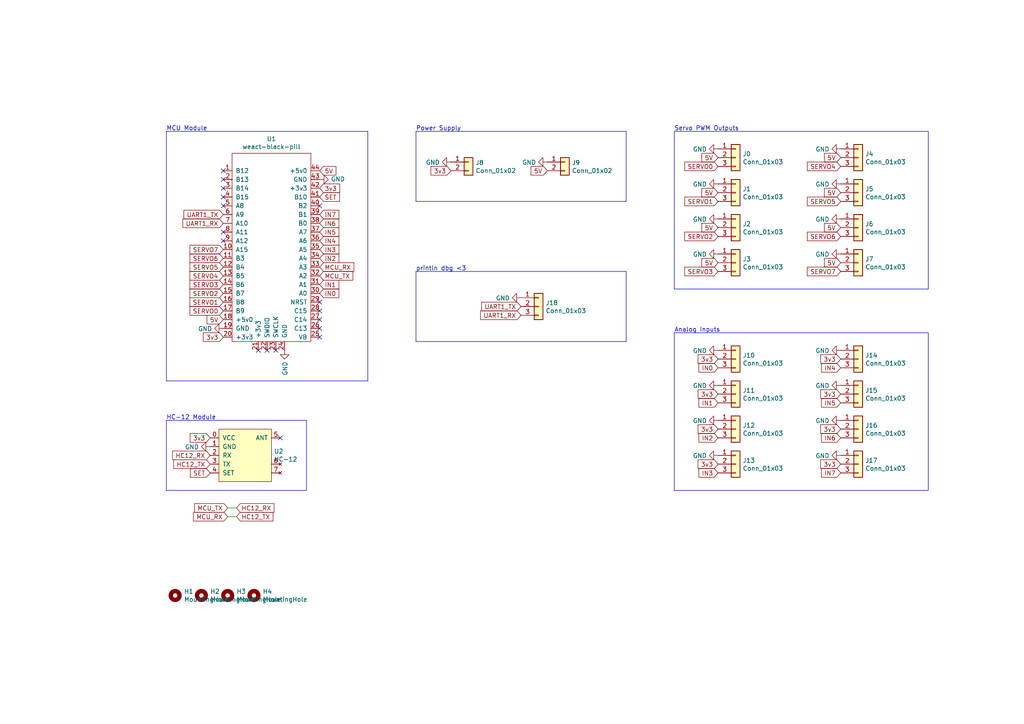
<source format=kicad_sch>
(kicad_sch (version 20230121) (generator eeschema)
  (paper "A4")
  (lib_symbols
    (symbol "Connector_Generic:Conn_01x02" (pin_names (offset 1.016) hide)
      (property "Reference" "J" (at 0 2.54 0))
      (property "Value" "Conn_01x02" (at 0 -5.08 0))
      (symbol "Conn_01x02_1_1"
        (rectangle (start -1.27 -2.413) (end 0 -2.667) (stroke (width 0.1524)))
        (rectangle (start -1.27 0.127) (end 0 -0.127) (stroke (width 0.1524)))
        (rectangle (start -1.27 1.27) (end 1.27 -3.81) (stroke (width 0.254)) (fill (type background)))
        (pin passive line (at -5.08 0 0) (length 3.81) (name "Pin_1") (number "1"))
        (pin passive line (at -5.08 -2.54 0) (length 3.81) (name "Pin_2") (number "2"))
      )
    )
    (symbol "Connector_Generic:Conn_01x03" (pin_names (offset 1.016) hide)
      (property "Reference" "J" (at 0 5.08 0))
      (property "Value" "Conn_01x03" (at 0 -5.08 0))
      (symbol "Conn_01x03_1_1"
        (rectangle (start -1.27 -2.413) (end 0 -2.667) (stroke (width 0.1524)))
        (rectangle (start -1.27 0.127) (end 0 -0.127) (stroke (width 0.1524)))
        (rectangle (start -1.27 2.667) (end 0 2.413) (stroke (width 0.1524)))
        (rectangle (start -1.27 3.81) (end 1.27 -3.81) (stroke (width 0.254)) (fill (type background)))
        (pin passive line (at -5.08 2.54 0) (length 3.81) (name "Pin_1") (number "1"))
        (pin passive line (at -5.08 0 0) (length 3.81) (name "Pin_2") (number "2"))
        (pin passive line (at -5.08 -2.54 0) (length 3.81) (name "Pin_3") (number "3"))
      )
    )
    (symbol "Mechanical:MountingHole" (pin_names (offset 1.016))
      (property "Reference" "H" (at 0 5.08 0))
      (property "Value" "MountingHole" (at 0 3.175 0))
      (symbol "MountingHole_0_1"
        (circle (center 0 0) (radius 1.27) (stroke (width 1.27)))
      )
    )
    (symbol "brainboard-rescue:weact-black-pill-blackpill" (pin_names (offset 1.016))
      (property "Reference" "U?" (at 0 3.81 0))
      (property "Value" "blackpill_weact-black-pill" (at 0 1.27 0))
      (symbol "weact-black-pill-blackpill_0_1"
        (rectangle (start -11.43 2.54) (end 11.43 -52.07))
      )
      (symbol "weact-black-pill-blackpill_1_1"
        (pin bidirectional line (at -13.97 -2.54 0) (length 2.54) (name "B12") (number "1"))
        (pin bidirectional line (at -13.97 -25.4 0) (length 2.54) (name "A15") (number "10"))
        (pin bidirectional line (at -13.97 -27.94 0) (length 2.54) (name "B3") (number "11"))
        (pin bidirectional line (at -13.97 -30.48 0) (length 2.54) (name "B4") (number "12"))
        (pin bidirectional line (at -13.97 -33.02 0) (length 2.54) (name "B5") (number "13"))
        (pin bidirectional line (at -13.97 -35.56 0) (length 2.54) (name "B6") (number "14"))
        (pin bidirectional line (at -13.97 -38.1 0) (length 2.54) (name "B7") (number "15"))
        (pin bidirectional line (at -13.97 -40.64 0) (length 2.54) (name "B8") (number "16"))
        (pin bidirectional line (at -13.97 -43.18 0) (length 2.54) (name "B9") (number "17"))
        (pin power_in line (at -13.97 -45.72 0) (length 2.54) (name "+5v0") (number "18"))
        (pin power_in line (at -13.97 -48.26 0) (length 2.54) (name "GND") (number "19"))
        (pin bidirectional line (at -13.97 -5.08 0) (length 2.54) (name "B13") (number "2"))
        (pin power_in line (at -13.97 -50.8 0) (length 2.54) (name "+3v3") (number "20"))
        (pin power_in line (at -3.81 -54.61 90) (length 2.54) (name "+3v3") (number "21"))
        (pin bidirectional line (at -1.27 -54.61 90) (length 2.54) (name "SWDIO") (number "22"))
        (pin input line (at 1.27 -54.61 90) (length 2.54) (name "SWCLK") (number "23"))
        (pin power_in line (at 3.81 -54.61 90) (length 2.54) (name "GND") (number "24"))
        (pin power_in line (at 13.97 -50.8 180) (length 2.54) (name "VB") (number "25"))
        (pin bidirectional line (at 13.97 -48.26 180) (length 2.54) (name "C13") (number "26"))
        (pin bidirectional line (at 13.97 -45.72 180) (length 2.54) (name "C14") (number "27"))
        (pin bidirectional line (at 13.97 -43.18 180) (length 2.54) (name "C15") (number "28"))
        (pin input line (at 13.97 -40.64 180) (length 2.54) (name "NRST") (number "29"))
        (pin bidirectional line (at -13.97 -7.62 0) (length 2.54) (name "B14") (number "3"))
        (pin bidirectional line (at 13.97 -38.1 180) (length 2.54) (name "A0") (number "30"))
        (pin bidirectional line (at 13.97 -35.56 180) (length 2.54) (name "A1") (number "31"))
        (pin bidirectional line (at 13.97 -33.02 180) (length 2.54) (name "A2") (number "32"))
        (pin bidirectional line (at 13.97 -30.48 180) (length 2.54) (name "A3") (number "33"))
        (pin bidirectional line (at 13.97 -27.94 180) (length 2.54) (name "A4") (number "34"))
        (pin bidirectional line (at 13.97 -25.4 180) (length 2.54) (name "A5") (number "35"))
        (pin bidirectional line (at 13.97 -22.86 180) (length 2.54) (name "A6") (number "36"))
        (pin bidirectional line (at 13.97 -20.32 180) (length 2.54) (name "A7") (number "37"))
        (pin bidirectional line (at 13.97 -17.78 180) (length 2.54) (name "B0") (number "38"))
        (pin bidirectional line (at 13.97 -15.24 180) (length 2.54) (name "B1") (number "39"))
        (pin bidirectional line (at -13.97 -10.16 0) (length 2.54) (name "B15") (number "4"))
        (pin bidirectional line (at 13.97 -12.7 180) (length 2.54) (name "B2") (number "40"))
        (pin bidirectional line (at 13.97 -10.16 180) (length 2.54) (name "B10") (number "41"))
        (pin power_in line (at 13.97 -7.62 180) (length 2.54) (name "+3v3") (number "42"))
        (pin power_in line (at 13.97 -5.08 180) (length 2.54) (name "GND") (number "43"))
        (pin power_in line (at 13.97 -2.54 180) (length 2.54) (name "+5v0") (number "44"))
        (pin bidirectional line (at -13.97 -12.7 0) (length 2.54) (name "A8") (number "5"))
        (pin bidirectional line (at -13.97 -15.24 0) (length 2.54) (name "A9") (number "6"))
        (pin bidirectional line (at -13.97 -17.78 0) (length 2.54) (name "A10") (number "7"))
        (pin bidirectional line (at -13.97 -20.32 0) (length 2.54) (name "A11") (number "8"))
        (pin bidirectional line (at -13.97 -22.86 0) (length 2.54) (name "A12") (number "9"))
      )
    )
    (symbol "hc12:HC-12" (pin_names (offset 1.016))
      (property "Reference" "U" (at 0.508 0.762 0))
      (property "Value" "HC-12" (at 10.16 -7.62 90))
      (symbol "HC-12_0_1"
        (rectangle (start 0 0) (end 15.24 -15.24) (fill (type background)))
      )
      (symbol "HC-12_1_1"
        (pin power_in line (at -2.54 -2.54 0) (length 2.54) (name "VCC") (number "0"))
        (pin power_out line (at -2.54 -5.08 0) (length 2.54) (name "GND") (number "1"))
        (pin input line (at -2.54 -7.62 0) (length 2.54) (name "RX") (number "2"))
        (pin output line (at -2.54 -10.16 0) (length 2.54) (name "TX") (number "3"))
        (pin open_collector line (at -2.54 -12.7 0) (length 2.54) (name "SET") (number "4"))
        (pin unspecified line (at 17.78 -2.54 180) (length 2.54) (name "ANT") (number "5"))
        (pin no_connect line (at 17.78 -10.16 180) (length 2.54) (name "~") (number "6"))
        (pin no_connect line (at 17.78 -12.7 180) (length 2.54) (name "~") (number "7"))
      )
    )
    (symbol "power:GND" (power) (pin_names (offset 0))
      (property "Value" "GND" (at 0 -3.81 0))
      (symbol "GND_0_1"
        (polyline (pts (xy 0 0) (xy 0 -1.27) (xy 1.27 -1.27) (xy 0 -2.54) (xy -1.27 -1.27) (xy 0 -1.27)))
      )
      (symbol "GND_1_1"
        (pin power_in line (at 0 0 270) (length 0) hide (name "GND") (number "1"))
      )
    )
  )
  (no_connect (at 80.01 101.6))
  (no_connect (at 92.71 97.79))
  (no_connect (at 92.71 92.71))
  (no_connect (at 64.77 69.85))
  (no_connect (at 92.71 87.63))
  (no_connect (at 74.93 101.6))
  (no_connect (at 64.77 57.15))
  (no_connect (at 92.71 95.25))
  (no_connect (at 64.77 49.53))
  (no_connect (at 92.71 59.69))
  (no_connect (at 64.77 59.69))
  (no_connect (at 92.71 90.17))
  (no_connect (at 81.28 127))
  (no_connect (at 64.77 54.61))
  (no_connect (at 64.77 52.07))
  (no_connect (at 64.77 67.31))
  (no_connect (at 77.47 101.6))
  (wire (pts (xy 68.58 147.32) (xy 66.04 147.32)))
  (polyline (pts (xy 181.61 38.1) (xy 181.61 58.42)))
  (polyline (pts (xy 195.58 83.82) (xy 195.58 38.1)))
  (polyline (pts (xy 120.65 99.06) (xy 120.65 78.74)))
  (polyline (pts (xy 106.68 110.49) (xy 48.26 110.49)))
  (polyline (pts (xy 181.61 99.06) (xy 120.65 99.06)))
  (polyline (pts (xy 88.9 121.92) (xy 88.9 142.24)))
  (polyline (pts (xy 106.68 110.49) (xy 106.68 38.1)))
  (polyline (pts (xy 195.58 142.24) (xy 195.58 96.52)))
  (polyline (pts (xy 48.26 142.24) (xy 48.26 121.92)))
  (polyline (pts (xy 195.58 96.52) (xy 269.24 96.52)))
  (polyline (pts (xy 120.65 78.74) (xy 181.61 78.74)))
  (polyline (pts (xy 120.65 38.1) (xy 181.61 38.1)))
  (polyline (pts (xy 48.26 38.1) (xy 106.68 38.1)))
  (polyline (pts (xy 195.58 38.1) (xy 269.24 38.1)))
  (polyline (pts (xy 269.24 83.82) (xy 195.58 83.82)))
  (polyline (pts (xy 269.24 142.24) (xy 195.58 142.24)))
  (polyline (pts (xy 269.24 38.1) (xy 269.24 83.82)))
  (polyline (pts (xy 120.65 58.42) (xy 120.65 38.1)))
  (polyline (pts (xy 48.26 110.49) (xy 48.26 38.1)))
  (polyline (pts (xy 48.26 121.92) (xy 88.9 121.92)))
  (polyline (pts (xy 181.61 58.42) (xy 120.65 58.42)))
  (polyline (pts (xy 48.26 142.24) (xy 88.9 142.24)))
  (polyline (pts (xy 181.61 78.74) (xy 181.61 99.06)))
  (polyline (pts (xy 269.24 96.52) (xy 269.24 142.24)))
  (wire (pts (xy 66.04 149.86) (xy 68.58 149.86)))
  (text "Power Supply" (at 120.65 38.1 0) (effects (font (size 1.27 1.27)) (justify left bottom)))
  (text "HC-12 Module" (at 48.26 121.92 0) (effects (font (size 1.27 1.27)) (justify left bottom)))
  (text "Analog Inputs" (at 195.58 96.52 0) (effects (font (size 1.27 1.27)) (justify left bottom)))
  (text "println dbg <3" (at 120.65 78.74 0) (effects (font (size 1.27 1.27)) (justify left bottom)))
  (text "MCU Module" (at 48.26 38.1 0) (effects (font (size 1.27 1.27)) (justify left bottom)))
  (text "Servo PWM Outputs" (at 195.58 38.1 0) (effects (font (size 1.27 1.27)) (justify left bottom)))
  (global_label "3v3" (shape input) (at 243.84 124.46 180) (property "Intersheetrefs" "${INTERSHEET_REFS}" (effects hide)))
  (global_label "UART1_TX" (shape input) (at 151.13 88.9 180) (property "Intersheetrefs" "${INTERSHEET_REFS}" (effects hide)))
  (global_label "5V" (shape input) (at 208.28 45.72 180) (property "Intersheetrefs" "${INTERSHEET_REFS}" (effects hide)))
  (global_label "SET" (shape input) (at 92.71 57.15 0) (property "Intersheetrefs" "${INTERSHEET_REFS}" (effects hide)))
  (global_label "HC12_RX" (shape input) (at 60.96 132.08 180) (property "Intersheetrefs" "${INTERSHEET_REFS}" (effects hide)))
  (global_label "3v3" (shape input) (at 243.84 134.62 180) (property "Intersheetrefs" "${INTERSHEET_REFS}" (effects hide)))
  (global_label "UART1_RX" (shape input) (at 64.77 64.77 180) (property "Intersheetrefs" "${INTERSHEET_REFS}" (effects hide)))
  (global_label "5V" (shape input) (at 208.28 55.88 180) (property "Intersheetrefs" "${INTERSHEET_REFS}" (effects hide)))
  (global_label "5V" (shape input) (at 208.28 66.04 180) (property "Intersheetrefs" "${INTERSHEET_REFS}" (effects hide)))
  (global_label "IN7" (shape input) (at 243.84 137.16 180) (property "Intersheetrefs" "${INTERSHEET_REFS}" (effects hide)))
  (global_label "IN3" (shape input) (at 208.28 137.16 180) (property "Intersheetrefs" "${INTERSHEET_REFS}" (effects hide)))
  (global_label "IN0" (shape input) (at 92.71 85.09 0) (property "Intersheetrefs" "${INTERSHEET_REFS}" (effects hide)))
  (global_label "SERVO7" (shape input) (at 64.77 72.39 180) (property "Intersheetrefs" "${INTERSHEET_REFS}" (effects hide)))
  (global_label "IN4" (shape input) (at 92.71 69.85 0) (property "Intersheetrefs" "${INTERSHEET_REFS}" (effects hide)))
  (global_label "IN0" (shape input) (at 208.28 106.68 180) (property "Intersheetrefs" "${INTERSHEET_REFS}" (effects hide)))
  (global_label "SERVO3" (shape input) (at 64.77 82.55 180) (property "Intersheetrefs" "${INTERSHEET_REFS}" (effects hide)))
  (global_label "HC12_TX" (shape input) (at 68.58 149.86 0) (property "Intersheetrefs" "${INTERSHEET_REFS}" (effects hide)))
  (global_label "5V" (shape input) (at 158.75 49.53 180) (property "Intersheetrefs" "${INTERSHEET_REFS}" (effects hide)))
  (global_label "SERVO1" (shape input) (at 208.28 58.42 180) (property "Intersheetrefs" "${INTERSHEET_REFS}" (effects hide)))
  (global_label "IN7" (shape input) (at 92.71 62.23 0) (property "Intersheetrefs" "${INTERSHEET_REFS}" (effects hide)))
  (global_label "SERVO0" (shape input) (at 208.28 48.26 180) (property "Intersheetrefs" "${INTERSHEET_REFS}" (effects hide)))
  (global_label "3v3" (shape input) (at 208.28 124.46 180) (property "Intersheetrefs" "${INTERSHEET_REFS}" (effects hide)))
  (global_label "UART1_RX" (shape input) (at 151.13 91.44 180) (property "Intersheetrefs" "${INTERSHEET_REFS}" (effects hide)))
  (global_label "5V" (shape input) (at 64.77 92.71 180) (property "Intersheetrefs" "${INTERSHEET_REFS}" (effects hide)))
  (global_label "3v3" (shape input) (at 130.81 49.53 180) (property "Intersheetrefs" "${INTERSHEET_REFS}" (effects hide)))
  (global_label "SERVO4" (shape input) (at 243.84 48.26 180) (property "Intersheetrefs" "${INTERSHEET_REFS}" (effects hide)))
  (global_label "SERVO5" (shape input) (at 64.77 77.47 180) (property "Intersheetrefs" "${INTERSHEET_REFS}" (effects hide)))
  (global_label "MCU_TX" (shape input) (at 66.04 147.32 180) (property "Intersheetrefs" "${INTERSHEET_REFS}" (effects hide)))
  (global_label "5V" (shape input) (at 208.28 76.2 180) (property "Intersheetrefs" "${INTERSHEET_REFS}" (effects hide)))
  (global_label "5V" (shape input) (at 243.84 45.72 180) (property "Intersheetrefs" "${INTERSHEET_REFS}" (effects hide)))
  (global_label "SERVO0" (shape input) (at 64.77 90.17 180) (property "Intersheetrefs" "${INTERSHEET_REFS}" (effects hide)))
  (global_label "3v3" (shape input) (at 243.84 104.14 180) (property "Intersheetrefs" "${INTERSHEET_REFS}" (effects hide)))
  (global_label "SERVO1" (shape input) (at 64.77 87.63 180) (property "Intersheetrefs" "${INTERSHEET_REFS}" (effects hide)))
  (global_label "IN4" (shape input) (at 243.84 106.68 180) (property "Intersheetrefs" "${INTERSHEET_REFS}" (effects hide)))
  (global_label "SERVO2" (shape input) (at 208.28 68.58 180) (property "Intersheetrefs" "${INTERSHEET_REFS}" (effects hide)))
  (global_label "3v3" (shape input) (at 208.28 114.3 180) (property "Intersheetrefs" "${INTERSHEET_REFS}" (effects hide)))
  (global_label "IN1" (shape input) (at 92.71 82.55 0) (property "Intersheetrefs" "${INTERSHEET_REFS}" (effects hide)))
  (global_label "SERVO6" (shape input) (at 243.84 68.58 180) (property "Intersheetrefs" "${INTERSHEET_REFS}" (effects hide)))
  (global_label "3v3" (shape input) (at 64.77 97.79 180) (property "Intersheetrefs" "${INTERSHEET_REFS}" (effects hide)))
  (global_label "IN1" (shape input) (at 208.28 116.84 180) (property "Intersheetrefs" "${INTERSHEET_REFS}" (effects hide)))
  (global_label "IN5" (shape input) (at 92.71 67.31 0) (property "Intersheetrefs" "${INTERSHEET_REFS}" (effects hide)))
  (global_label "5V" (shape input) (at 92.71 49.53 0) (property "Intersheetrefs" "${INTERSHEET_REFS}" (effects hide)))
  (global_label "SERVO2" (shape input) (at 64.77 85.09 180) (property "Intersheetrefs" "${INTERSHEET_REFS}" (effects hide)))
  (global_label "MCU_RX" (shape input) (at 92.71 77.47 0) (property "Intersheetrefs" "${INTERSHEET_REFS}" (effects hide)))
  (global_label "IN2" (shape input) (at 208.28 127 180) (property "Intersheetrefs" "${INTERSHEET_REFS}" (effects hide)))
  (global_label "3v3" (shape input) (at 92.71 54.61 0) (property "Intersheetrefs" "${INTERSHEET_REFS}" (effects hide)))
  (global_label "MCU_TX" (shape input) (at 92.71 80.01 0) (property "Intersheetrefs" "${INTERSHEET_REFS}" (effects hide)))
  (global_label "SERVO5" (shape input) (at 243.84 58.42 180) (property "Intersheetrefs" "${INTERSHEET_REFS}" (effects hide)))
  (global_label "HC12_RX" (shape input) (at 68.58 147.32 0) (property "Intersheetrefs" "${INTERSHEET_REFS}" (effects hide)))
  (global_label "IN6" (shape input) (at 92.71 64.77 0) (property "Intersheetrefs" "${INTERSHEET_REFS}" (effects hide)))
  (global_label "UART1_TX" (shape input) (at 64.77 62.23 180) (property "Intersheetrefs" "${INTERSHEET_REFS}" (effects hide)))
  (global_label "IN2" (shape input) (at 92.71 74.93 0) (property "Intersheetrefs" "${INTERSHEET_REFS}" (effects hide)))
  (global_label "MCU_RX" (shape input) (at 66.04 149.86 180) (property "Intersheetrefs" "${INTERSHEET_REFS}" (effects hide)))
  (global_label "IN5" (shape input) (at 243.84 116.84 180) (property "Intersheetrefs" "${INTERSHEET_REFS}" (effects hide)))
  (global_label "IN3" (shape input) (at 92.71 72.39 0) (property "Intersheetrefs" "${INTERSHEET_REFS}" (effects hide)))
  (global_label "SET" (shape input) (at 60.96 137.16 180) (property "Intersheetrefs" "${INTERSHEET_REFS}" (effects hide)))
  (global_label "5V" (shape input) (at 243.84 55.88 180) (property "Intersheetrefs" "${INTERSHEET_REFS}" (effects hide)))
  (global_label "SERVO3" (shape input) (at 208.28 78.74 180) (property "Intersheetrefs" "${INTERSHEET_REFS}" (effects hide)))
  (global_label "5V" (shape input) (at 243.84 66.04 180) (property "Intersheetrefs" "${INTERSHEET_REFS}" (effects hide)))
  (global_label "SERVO4" (shape input) (at 64.77 80.01 180) (property "Intersheetrefs" "${INTERSHEET_REFS}" (effects hide)))
  (global_label "IN6" (shape input) (at 243.84 127 180) (property "Intersheetrefs" "${INTERSHEET_REFS}" (effects hide)))
  (global_label "SERVO7" (shape input) (at 243.84 78.74 180) (property "Intersheetrefs" "${INTERSHEET_REFS}" (effects hide)))
  (global_label "SERVO6" (shape input) (at 64.77 74.93 180) (property "Intersheetrefs" "${INTERSHEET_REFS}" (effects hide)))
  (global_label "5V" (shape input) (at 243.84 76.2 180) (property "Intersheetrefs" "${INTERSHEET_REFS}" (effects hide)))
  (global_label "3v3" (shape input) (at 208.28 134.62 180) (property "Intersheetrefs" "${INTERSHEET_REFS}" (effects hide)))
  (global_label "HC12_TX" (shape input) (at 60.96 134.62 180) (property "Intersheetrefs" "${INTERSHEET_REFS}" (effects hide)))
  (global_label "3v3" (shape input) (at 60.96 127 180) (property "Intersheetrefs" "${INTERSHEET_REFS}" (effects hide)))
  (global_label "3v3" (shape input) (at 208.28 104.14 180) (property "Intersheetrefs" "${INTERSHEET_REFS}" (effects hide)))
  (global_label "3v3" (shape input) (at 243.84 114.3 180) (property "Intersheetrefs" "${INTERSHEET_REFS}" (effects hide)))
  (symbol (lib_id "power:GND") (at 60.96 129.54 270) (unit 1)
    (property "Reference" "#PWR0101" (effects hide))
    (property "Value" "GND" (at 57.7088 129.667 90) (effects (justify right)))
  )
  (symbol (lib_id "power:GND") (at 92.71 52.07 90) (unit 1)
    (property "Reference" "#PWR0102" (effects hide))
    (property "Value" "GND" (at 95.9612 51.943 90) (effects (justify right)))
  )
  (symbol (lib_id "power:GND") (at 130.81 46.99 270) (unit 1)
    (property "Reference" "#PWR0120" (effects hide))
    (property "Value" "GND" (at 127.5588 47.117 90) (effects (justify right)))
  )
  (symbol (lib_id "Connector_Generic:Conn_01x02") (at 135.89 46.99 0) (unit 1)
    (property "Reference" "J8" (at 137.922 47.1932 0) (effects (justify left)))
    (property "Value" "Conn_01x02" (at 137.922 49.5046 0) (effects (justify left)))
    (property "Footprint" "Connector_PinHeader_2.54mm:PinHeader_1x02_P2.54mm_Vertical" (effects hide))
  )
  (symbol (lib_id "power:GND") (at 158.75 46.99 270) (unit 1)
    (property "Reference" "#PWR0121" (effects hide))
    (property "Value" "GND" (at 155.4988 47.117 90) (effects (justify right)))
  )
  (symbol (lib_id "Connector_Generic:Conn_01x02") (at 163.83 46.99 0) (unit 1)
    (property "Reference" "J9" (at 165.862 47.1932 0) (effects (justify left)))
    (property "Value" "Conn_01x02" (at 165.862 49.5046 0) (effects (justify left)))
    (property "Footprint" "Connector_PinHeader_2.54mm:PinHeader_1x02_P2.54mm_Vertical" (effects hide))
  )
  (symbol (lib_id "power:GND") (at 64.77 95.25 270) (unit 1)
    (property "Reference" "#PWR0103" (effects hide))
    (property "Value" "GND" (at 61.5188 95.377 90) (effects (justify right)))
  )
  (symbol (lib_id "Connector_Generic:Conn_01x03") (at 213.36 45.72 0) (unit 1)
    (property "Reference" "J0" (at 215.392 44.6532 0) (effects (justify left)))
    (property "Value" "Conn_01x03" (at 215.392 46.9646 0) (effects (justify left)))
    (property "Footprint" "Connector_PinHeader_2.54mm:PinHeader_1x03_P2.54mm_Vertical" (effects hide))
  )
  (symbol (lib_id "Connector_Generic:Conn_01x03") (at 213.36 55.88 0) (unit 1)
    (property "Reference" "J1" (at 215.392 54.8132 0) (effects (justify left)))
    (property "Value" "Conn_01x03" (at 215.392 57.1246 0) (effects (justify left)))
    (property "Footprint" "Connector_PinHeader_2.54mm:PinHeader_1x03_P2.54mm_Vertical" (effects hide))
  )
  (symbol (lib_id "Connector_Generic:Conn_01x03") (at 213.36 66.04 0) (unit 1)
    (property "Reference" "J2" (at 215.392 64.9732 0) (effects (justify left)))
    (property "Value" "Conn_01x03" (at 215.392 67.2846 0) (effects (justify left)))
    (property "Footprint" "Connector_PinHeader_2.54mm:PinHeader_1x03_P2.54mm_Vertical" (effects hide))
  )
  (symbol (lib_id "Connector_Generic:Conn_01x03") (at 213.36 76.2 0) (unit 1)
    (property "Reference" "J3" (at 215.392 75.1332 0) (effects (justify left)))
    (property "Value" "Conn_01x03" (at 215.392 77.4446 0) (effects (justify left)))
    (property "Footprint" "Connector_PinHeader_2.54mm:PinHeader_1x03_P2.54mm_Vertical" (effects hide))
  )
  (symbol (lib_id "Connector_Generic:Conn_01x03") (at 248.92 45.72 0) (unit 1)
    (property "Reference" "J4" (at 250.952 44.6532 0) (effects (justify left)))
    (property "Value" "Conn_01x03" (at 250.952 46.9646 0) (effects (justify left)))
    (property "Footprint" "Connector_PinHeader_2.54mm:PinHeader_1x03_P2.54mm_Vertical" (effects hide))
  )
  (symbol (lib_id "Connector_Generic:Conn_01x03") (at 248.92 55.88 0) (unit 1)
    (property "Reference" "J5" (at 250.952 54.8132 0) (effects (justify left)))
    (property "Value" "Conn_01x03" (at 250.952 57.1246 0) (effects (justify left)))
    (property "Footprint" "Connector_PinHeader_2.54mm:PinHeader_1x03_P2.54mm_Vertical" (effects hide))
  )
  (symbol (lib_id "Connector_Generic:Conn_01x03") (at 248.92 66.04 0) (unit 1)
    (property "Reference" "J6" (at 250.952 64.9732 0) (effects (justify left)))
    (property "Value" "Conn_01x03" (at 250.952 67.2846 0) (effects (justify left)))
    (property "Footprint" "Connector_PinHeader_2.54mm:PinHeader_1x03_P2.54mm_Vertical" (effects hide))
  )
  (symbol (lib_id "Connector_Generic:Conn_01x03") (at 248.92 76.2 0) (unit 1)
    (property "Reference" "J7" (at 250.952 75.1332 0) (effects (justify left)))
    (property "Value" "Conn_01x03" (at 250.952 77.4446 0) (effects (justify left)))
    (property "Footprint" "Connector_PinHeader_2.54mm:PinHeader_1x03_P2.54mm_Vertical" (effects hide))
  )
  (symbol (lib_id "power:GND") (at 243.84 43.18 270) (unit 1)
    (property "Reference" "#PWR0104" (effects hide))
    (property "Value" "GND" (at 240.5888 43.307 90) (effects (justify right)))
  )
  (symbol (lib_id "power:GND") (at 243.84 53.34 270) (unit 1)
    (property "Reference" "#PWR0105" (effects hide))
    (property "Value" "GND" (at 240.5888 53.467 90) (effects (justify right)))
  )
  (symbol (lib_id "power:GND") (at 243.84 63.5 270) (unit 1)
    (property "Reference" "#PWR0106" (effects hide))
    (property "Value" "GND" (at 240.5888 63.627 90) (effects (justify right)))
  )
  (symbol (lib_id "power:GND") (at 243.84 73.66 270) (unit 1)
    (property "Reference" "#PWR0107" (effects hide))
    (property "Value" "GND" (at 240.5888 73.787 90) (effects (justify right)))
  )
  (symbol (lib_id "power:GND") (at 208.28 73.66 270) (unit 1)
    (property "Reference" "#PWR0108" (effects hide))
    (property "Value" "GND" (at 205.0288 73.787 90) (effects (justify right)))
  )
  (symbol (lib_id "power:GND") (at 208.28 63.5 270) (unit 1)
    (property "Reference" "#PWR0109" (effects hide))
    (property "Value" "GND" (at 205.0288 63.627 90) (effects (justify right)))
  )
  (symbol (lib_id "power:GND") (at 208.28 53.34 270) (unit 1)
    (property "Reference" "#PWR0110" (effects hide))
    (property "Value" "GND" (at 205.0288 53.467 90) (effects (justify right)))
  )
  (symbol (lib_id "power:GND") (at 208.28 43.18 270) (unit 1)
    (property "Reference" "#PWR0111" (effects hide))
    (property "Value" "GND" (at 205.0288 43.307 90) (effects (justify right)))
  )
  (symbol (lib_id "Connector_Generic:Conn_01x03") (at 213.36 104.14 0) (unit 1)
    (property "Reference" "J10" (at 215.392 103.0732 0) (effects (justify left)))
    (property "Value" "Conn_01x03" (at 215.392 105.3846 0) (effects (justify left)))
    (property "Footprint" "Connector_PinHeader_2.54mm:PinHeader_1x03_P2.54mm_Vertical" (effects hide))
  )
  (symbol (lib_id "power:GND") (at 208.28 101.6 270) (unit 1)
    (property "Reference" "#PWR0112" (effects hide))
    (property "Value" "GND" (at 205.0288 101.727 90) (effects (justify right)))
  )
  (symbol (lib_id "power:GND") (at 208.28 111.76 270) (unit 1)
    (property "Reference" "#PWR0113" (effects hide))
    (property "Value" "GND" (at 205.0288 111.887 90) (effects (justify right)))
  )
  (symbol (lib_id "power:GND") (at 208.28 121.92 270) (unit 1)
    (property "Reference" "#PWR0114" (effects hide))
    (property "Value" "GND" (at 205.0288 122.047 90) (effects (justify right)))
  )
  (symbol (lib_id "power:GND") (at 208.28 132.08 270) (unit 1)
    (property "Reference" "#PWR0115" (effects hide))
    (property "Value" "GND" (at 205.0288 132.207 90) (effects (justify right)))
  )
  (symbol (lib_id "Connector_Generic:Conn_01x03") (at 213.36 114.3 0) (unit 1)
    (property "Reference" "J11" (at 215.392 113.2332 0) (effects (justify left)))
    (property "Value" "Conn_01x03" (at 215.392 115.5446 0) (effects (justify left)))
    (property "Footprint" "Connector_PinHeader_2.54mm:PinHeader_1x03_P2.54mm_Vertical" (effects hide))
  )
  (symbol (lib_id "Connector_Generic:Conn_01x03") (at 213.36 124.46 0) (unit 1)
    (property "Reference" "J12" (at 215.392 123.3932 0) (effects (justify left)))
    (property "Value" "Conn_01x03" (at 215.392 125.7046 0) (effects (justify left)))
    (property "Footprint" "Connector_PinHeader_2.54mm:PinHeader_1x03_P2.54mm_Vertical" (effects hide))
  )
  (symbol (lib_id "Connector_Generic:Conn_01x03") (at 213.36 134.62 0) (unit 1)
    (property "Reference" "J13" (at 215.392 133.5532 0) (effects (justify left)))
    (property "Value" "Conn_01x03" (at 215.392 135.8646 0) (effects (justify left)))
    (property "Footprint" "Connector_PinHeader_2.54mm:PinHeader_1x03_P2.54mm_Vertical" (effects hide))
  )
  (symbol (lib_id "Connector_Generic:Conn_01x03") (at 248.92 104.14 0) (unit 1)
    (property "Reference" "J14" (at 250.952 103.0732 0) (effects (justify left)))
    (property "Value" "Conn_01x03" (at 250.952 105.3846 0) (effects (justify left)))
    (property "Footprint" "Connector_PinHeader_2.54mm:PinHeader_1x03_P2.54mm_Vertical" (effects hide))
  )
  (symbol (lib_id "power:GND") (at 243.84 101.6 270) (unit 1)
    (property "Reference" "#PWR0116" (effects hide))
    (property "Value" "GND" (at 240.5888 101.727 90) (effects (justify right)))
  )
  (symbol (lib_id "power:GND") (at 243.84 111.76 270) (unit 1)
    (property "Reference" "#PWR0117" (effects hide))
    (property "Value" "GND" (at 240.5888 111.887 90) (effects (justify right)))
  )
  (symbol (lib_id "power:GND") (at 243.84 121.92 270) (unit 1)
    (property "Reference" "#PWR0118" (effects hide))
    (property "Value" "GND" (at 240.5888 122.047 90) (effects (justify right)))
  )
  (symbol (lib_id "power:GND") (at 243.84 132.08 270) (unit 1)
    (property "Reference" "#PWR0119" (effects hide))
    (property "Value" "GND" (at 240.5888 132.207 90) (effects (justify right)))
  )
  (symbol (lib_id "Connector_Generic:Conn_01x03") (at 248.92 114.3 0) (unit 1)
    (property "Reference" "J15" (at 250.952 113.2332 0) (effects (justify left)))
    (property "Value" "Conn_01x03" (at 250.952 115.5446 0) (effects (justify left)))
    (property "Footprint" "Connector_PinHeader_2.54mm:PinHeader_1x03_P2.54mm_Vertical" (effects hide))
  )
  (symbol (lib_id "Connector_Generic:Conn_01x03") (at 248.92 124.46 0) (unit 1)
    (property "Reference" "J16" (at 250.952 123.3932 0) (effects (justify left)))
    (property "Value" "Conn_01x03" (at 250.952 125.7046 0) (effects (justify left)))
    (property "Footprint" "Connector_PinHeader_2.54mm:PinHeader_1x03_P2.54mm_Vertical" (effects hide))
  )
  (symbol (lib_id "Connector_Generic:Conn_01x03") (at 248.92 134.62 0) (unit 1)
    (property "Reference" "J17" (at 250.952 133.5532 0) (effects (justify left)))
    (property "Value" "Conn_01x03" (at 250.952 135.8646 0) (effects (justify left)))
    (property "Footprint" "Connector_PinHeader_2.54mm:PinHeader_1x03_P2.54mm_Vertical" (effects hide))
  )
  (symbol (lib_id "brainboard-rescue:weact-black-pill-blackpill") (at 78.74 46.99 0) (unit 1)
    (property "Reference" "U1" (at 78.74 40.259 0))
    (property "Value" "weact-black-pill" (at 78.74 42.5704 0))
    (property "Footprint" "blackpill:weact-blackpill" (effects hide))
  )
  (symbol (lib_id "hc12:HC-12") (at 63.5 124.46 0) (unit 1)
    (property "Reference" "U2" (at 79.4512 130.9116 0) (effects (justify left)))
    (property "Value" "HC-12" (at 79.4512 133.223 0) (effects (justify left)))
    (property "Footprint" "hc12-module:hc12-module" (effects hide))
  )
  (symbol (lib_id "power:GND") (at 151.13 86.36 270) (unit 1)
    (property "Reference" "#PWR0123" (effects hide))
    (property "Value" "GND" (at 147.8788 86.487 90) (effects (justify right)))
  )
  (symbol (lib_id "Connector_Generic:Conn_01x03") (at 156.21 88.9 0) (unit 1)
    (property "Reference" "J18" (at 158.242 87.8332 0) (effects (justify left)))
    (property "Value" "Conn_01x03" (at 158.242 90.1446 0) (effects (justify left)))
    (property "Footprint" "Connector_PinSocket_2.54mm:PinSocket_1x03_P2.54mm_Vertical" (effects hide))
  )
  (symbol (lib_id "power:GND") (at 82.55 101.6 0) (unit 1)
    (property "Reference" "#PWR0122" (effects hide))
    (property "Value" "GND" (at 82.677 104.8512 90) (effects (justify right)))
  )
  (symbol (lib_id "Mechanical:MountingHole") (at 50.8 172.72 0) (unit 1)
    (property "Reference" "H1" (at 53.34 171.5516 0) (effects (justify left)))
    (property "Value" "MountingHole" (at 53.34 173.863 0) (effects (justify left)))
    (property "Footprint" "munns_kicad_libs:weact-blackpill-nodebug" (effects hide))
  )
  (symbol (lib_id "Mechanical:MountingHole") (at 58.42 172.72 0) (unit 1)
    (property "Reference" "H2" (at 60.96 171.5516 0) (effects (justify left)))
    (property "Value" "MountingHole" (at 60.96 173.863 0) (effects (justify left)))
    (property "Footprint" "MountingHole:MountingHole_3.2mm_M3" (effects hide))
  )
  (symbol (lib_id "Mechanical:MountingHole") (at 66.04 172.72 0) (unit 1)
    (property "Reference" "H3" (at 68.58 171.5516 0) (effects (justify left)))
    (property "Value" "MountingHole" (at 68.58 173.863 0) (effects (justify left)))
    (property "Footprint" "MountingHole:MountingHole_3.2mm_M3" (effects hide))
  )
  (symbol (lib_id "Mechanical:MountingHole") (at 73.66 172.72 0) (unit 1)
    (property "Reference" "H4" (at 76.2 171.5516 0) (effects (justify left)))
    (property "Value" "MountingHole" (at 76.2 173.863 0) (effects (justify left)))
    (property "Footprint" "MountingHole:MountingHole_3.2mm_M3" (effects hide))
  )
)
</source>
